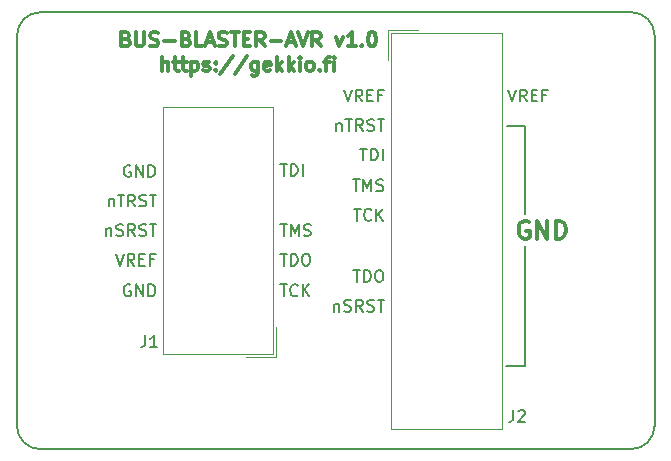
<source format=gbr>
G04 #@! TF.GenerationSoftware,KiCad,Pcbnew,5.0.1-33cea8e~68~ubuntu18.10.1*
G04 #@! TF.CreationDate,2018-11-26T23:37:11+02:00*
G04 #@! TF.ProjectId,BUS-BLASTER-AVR,4255532D424C41535445522D4156522E,v1.0*
G04 #@! TF.SameCoordinates,Original*
G04 #@! TF.FileFunction,Legend,Top*
G04 #@! TF.FilePolarity,Positive*
%FSLAX46Y46*%
G04 Gerber Fmt 4.6, Leading zero omitted, Abs format (unit mm)*
G04 Created by KiCad (PCBNEW 5.0.1-33cea8e~68~ubuntu18.10.1) date ma 26. marraskuuta 2018 23.37.11*
%MOMM*%
%LPD*%
G01*
G04 APERTURE LIST*
%ADD10C,0.150000*%
%ADD11C,0.300000*%
%ADD12C,0.200000*%
%ADD13C,0.120000*%
G04 APERTURE END LIST*
D10*
X100000000Y-50000000D02*
G75*
G02X102000000Y-52000000I0J-2000000D01*
G01*
X102000000Y-85000000D02*
G75*
G02X100000000Y-87000000I-2000000J0D01*
G01*
X50000000Y-87000000D02*
G75*
G02X48000000Y-85000000I0J2000000D01*
G01*
X48000000Y-52000000D02*
G75*
G02X50000000Y-50000000I2000000J0D01*
G01*
D11*
X57257142Y-52264285D02*
X57428571Y-52321428D01*
X57485714Y-52378571D01*
X57542857Y-52492857D01*
X57542857Y-52664285D01*
X57485714Y-52778571D01*
X57428571Y-52835714D01*
X57314285Y-52892857D01*
X56857142Y-52892857D01*
X56857142Y-51692857D01*
X57257142Y-51692857D01*
X57371428Y-51750000D01*
X57428571Y-51807142D01*
X57485714Y-51921428D01*
X57485714Y-52035714D01*
X57428571Y-52150000D01*
X57371428Y-52207142D01*
X57257142Y-52264285D01*
X56857142Y-52264285D01*
X58057142Y-51692857D02*
X58057142Y-52664285D01*
X58114285Y-52778571D01*
X58171428Y-52835714D01*
X58285714Y-52892857D01*
X58514285Y-52892857D01*
X58628571Y-52835714D01*
X58685714Y-52778571D01*
X58742857Y-52664285D01*
X58742857Y-51692857D01*
X59257142Y-52835714D02*
X59428571Y-52892857D01*
X59714285Y-52892857D01*
X59828571Y-52835714D01*
X59885714Y-52778571D01*
X59942857Y-52664285D01*
X59942857Y-52550000D01*
X59885714Y-52435714D01*
X59828571Y-52378571D01*
X59714285Y-52321428D01*
X59485714Y-52264285D01*
X59371428Y-52207142D01*
X59314285Y-52150000D01*
X59257142Y-52035714D01*
X59257142Y-51921428D01*
X59314285Y-51807142D01*
X59371428Y-51750000D01*
X59485714Y-51692857D01*
X59771428Y-51692857D01*
X59942857Y-51750000D01*
X60457142Y-52435714D02*
X61371428Y-52435714D01*
X62342857Y-52264285D02*
X62514285Y-52321428D01*
X62571428Y-52378571D01*
X62628571Y-52492857D01*
X62628571Y-52664285D01*
X62571428Y-52778571D01*
X62514285Y-52835714D01*
X62399999Y-52892857D01*
X61942857Y-52892857D01*
X61942857Y-51692857D01*
X62342857Y-51692857D01*
X62457142Y-51750000D01*
X62514285Y-51807142D01*
X62571428Y-51921428D01*
X62571428Y-52035714D01*
X62514285Y-52150000D01*
X62457142Y-52207142D01*
X62342857Y-52264285D01*
X61942857Y-52264285D01*
X63714285Y-52892857D02*
X63142857Y-52892857D01*
X63142857Y-51692857D01*
X64057142Y-52550000D02*
X64628571Y-52550000D01*
X63942857Y-52892857D02*
X64342857Y-51692857D01*
X64742857Y-52892857D01*
X65085714Y-52835714D02*
X65257142Y-52892857D01*
X65542857Y-52892857D01*
X65657142Y-52835714D01*
X65714285Y-52778571D01*
X65771428Y-52664285D01*
X65771428Y-52550000D01*
X65714285Y-52435714D01*
X65657142Y-52378571D01*
X65542857Y-52321428D01*
X65314285Y-52264285D01*
X65200000Y-52207142D01*
X65142857Y-52150000D01*
X65085714Y-52035714D01*
X65085714Y-51921428D01*
X65142857Y-51807142D01*
X65200000Y-51750000D01*
X65314285Y-51692857D01*
X65600000Y-51692857D01*
X65771428Y-51750000D01*
X66114285Y-51692857D02*
X66800000Y-51692857D01*
X66457142Y-52892857D02*
X66457142Y-51692857D01*
X67200000Y-52264285D02*
X67600000Y-52264285D01*
X67771428Y-52892857D02*
X67200000Y-52892857D01*
X67200000Y-51692857D01*
X67771428Y-51692857D01*
X68971428Y-52892857D02*
X68571428Y-52321428D01*
X68285714Y-52892857D02*
X68285714Y-51692857D01*
X68742857Y-51692857D01*
X68857142Y-51750000D01*
X68914285Y-51807142D01*
X68971428Y-51921428D01*
X68971428Y-52092857D01*
X68914285Y-52207142D01*
X68857142Y-52264285D01*
X68742857Y-52321428D01*
X68285714Y-52321428D01*
X69485714Y-52435714D02*
X70400000Y-52435714D01*
X70914285Y-52550000D02*
X71485714Y-52550000D01*
X70800000Y-52892857D02*
X71200000Y-51692857D01*
X71600000Y-52892857D01*
X71828571Y-51692857D02*
X72228571Y-52892857D01*
X72628571Y-51692857D01*
X73714285Y-52892857D02*
X73314285Y-52321428D01*
X73028571Y-52892857D02*
X73028571Y-51692857D01*
X73485714Y-51692857D01*
X73600000Y-51750000D01*
X73657142Y-51807142D01*
X73714285Y-51921428D01*
X73714285Y-52092857D01*
X73657142Y-52207142D01*
X73600000Y-52264285D01*
X73485714Y-52321428D01*
X73028571Y-52321428D01*
X75028571Y-52092857D02*
X75314285Y-52892857D01*
X75600000Y-52092857D01*
X76685714Y-52892857D02*
X76000000Y-52892857D01*
X76342857Y-52892857D02*
X76342857Y-51692857D01*
X76228571Y-51864285D01*
X76114285Y-51978571D01*
X76000000Y-52035714D01*
X77200000Y-52778571D02*
X77257142Y-52835714D01*
X77200000Y-52892857D01*
X77142857Y-52835714D01*
X77200000Y-52778571D01*
X77200000Y-52892857D01*
X77999999Y-51692857D02*
X78114285Y-51692857D01*
X78228571Y-51750000D01*
X78285714Y-51807142D01*
X78342857Y-51921428D01*
X78399999Y-52150000D01*
X78399999Y-52435714D01*
X78342857Y-52664285D01*
X78285714Y-52778571D01*
X78228571Y-52835714D01*
X78114285Y-52892857D01*
X77999999Y-52892857D01*
X77885714Y-52835714D01*
X77828571Y-52778571D01*
X77771428Y-52664285D01*
X77714285Y-52435714D01*
X77714285Y-52150000D01*
X77771428Y-51921428D01*
X77828571Y-51807142D01*
X77885714Y-51750000D01*
X77999999Y-51692857D01*
X60314285Y-54992857D02*
X60314285Y-53792857D01*
X60828571Y-54992857D02*
X60828571Y-54364285D01*
X60771428Y-54250000D01*
X60657142Y-54192857D01*
X60485714Y-54192857D01*
X60371428Y-54250000D01*
X60314285Y-54307142D01*
X61228571Y-54192857D02*
X61685714Y-54192857D01*
X61400000Y-53792857D02*
X61400000Y-54821428D01*
X61457142Y-54935714D01*
X61571428Y-54992857D01*
X61685714Y-54992857D01*
X61914285Y-54192857D02*
X62371428Y-54192857D01*
X62085714Y-53792857D02*
X62085714Y-54821428D01*
X62142857Y-54935714D01*
X62257142Y-54992857D01*
X62371428Y-54992857D01*
X62771428Y-54192857D02*
X62771428Y-55392857D01*
X62771428Y-54250000D02*
X62885714Y-54192857D01*
X63114285Y-54192857D01*
X63228571Y-54250000D01*
X63285714Y-54307142D01*
X63342857Y-54421428D01*
X63342857Y-54764285D01*
X63285714Y-54878571D01*
X63228571Y-54935714D01*
X63114285Y-54992857D01*
X62885714Y-54992857D01*
X62771428Y-54935714D01*
X63800000Y-54935714D02*
X63914285Y-54992857D01*
X64142857Y-54992857D01*
X64257142Y-54935714D01*
X64314285Y-54821428D01*
X64314285Y-54764285D01*
X64257142Y-54650000D01*
X64142857Y-54592857D01*
X63971428Y-54592857D01*
X63857142Y-54535714D01*
X63800000Y-54421428D01*
X63800000Y-54364285D01*
X63857142Y-54250000D01*
X63971428Y-54192857D01*
X64142857Y-54192857D01*
X64257142Y-54250000D01*
X64828571Y-54878571D02*
X64885714Y-54935714D01*
X64828571Y-54992857D01*
X64771428Y-54935714D01*
X64828571Y-54878571D01*
X64828571Y-54992857D01*
X64828571Y-54250000D02*
X64885714Y-54307142D01*
X64828571Y-54364285D01*
X64771428Y-54307142D01*
X64828571Y-54250000D01*
X64828571Y-54364285D01*
X66257142Y-53735714D02*
X65228571Y-55278571D01*
X67514285Y-53735714D02*
X66485714Y-55278571D01*
X68428571Y-54192857D02*
X68428571Y-55164285D01*
X68371428Y-55278571D01*
X68314285Y-55335714D01*
X68200000Y-55392857D01*
X68028571Y-55392857D01*
X67914285Y-55335714D01*
X68428571Y-54935714D02*
X68314285Y-54992857D01*
X68085714Y-54992857D01*
X67971428Y-54935714D01*
X67914285Y-54878571D01*
X67857142Y-54764285D01*
X67857142Y-54421428D01*
X67914285Y-54307142D01*
X67971428Y-54250000D01*
X68085714Y-54192857D01*
X68314285Y-54192857D01*
X68428571Y-54250000D01*
X69457142Y-54935714D02*
X69342857Y-54992857D01*
X69114285Y-54992857D01*
X69000000Y-54935714D01*
X68942857Y-54821428D01*
X68942857Y-54364285D01*
X69000000Y-54250000D01*
X69114285Y-54192857D01*
X69342857Y-54192857D01*
X69457142Y-54250000D01*
X69514285Y-54364285D01*
X69514285Y-54478571D01*
X68942857Y-54592857D01*
X70028571Y-54992857D02*
X70028571Y-53792857D01*
X70142857Y-54535714D02*
X70485714Y-54992857D01*
X70485714Y-54192857D02*
X70028571Y-54650000D01*
X71000000Y-54992857D02*
X71000000Y-53792857D01*
X71114285Y-54535714D02*
X71457142Y-54992857D01*
X71457142Y-54192857D02*
X71000000Y-54650000D01*
X71971428Y-54992857D02*
X71971428Y-54192857D01*
X71971428Y-53792857D02*
X71914285Y-53850000D01*
X71971428Y-53907142D01*
X72028571Y-53850000D01*
X71971428Y-53792857D01*
X71971428Y-53907142D01*
X72714285Y-54992857D02*
X72600000Y-54935714D01*
X72542857Y-54878571D01*
X72485714Y-54764285D01*
X72485714Y-54421428D01*
X72542857Y-54307142D01*
X72600000Y-54250000D01*
X72714285Y-54192857D01*
X72885714Y-54192857D01*
X73000000Y-54250000D01*
X73057142Y-54307142D01*
X73114285Y-54421428D01*
X73114285Y-54764285D01*
X73057142Y-54878571D01*
X73000000Y-54935714D01*
X72885714Y-54992857D01*
X72714285Y-54992857D01*
X73628571Y-54878571D02*
X73685714Y-54935714D01*
X73628571Y-54992857D01*
X73571428Y-54935714D01*
X73628571Y-54878571D01*
X73628571Y-54992857D01*
X74028571Y-54192857D02*
X74485714Y-54192857D01*
X74200000Y-54992857D02*
X74200000Y-53964285D01*
X74257142Y-53850000D01*
X74371428Y-53792857D01*
X74485714Y-53792857D01*
X74885714Y-54992857D02*
X74885714Y-54192857D01*
X74885714Y-53792857D02*
X74828571Y-53850000D01*
X74885714Y-53907142D01*
X74942857Y-53850000D01*
X74885714Y-53792857D01*
X74885714Y-53907142D01*
D10*
X57616785Y-73100000D02*
X57521547Y-73052380D01*
X57378690Y-73052380D01*
X57235833Y-73100000D01*
X57140595Y-73195238D01*
X57092976Y-73290476D01*
X57045357Y-73480952D01*
X57045357Y-73623809D01*
X57092976Y-73814285D01*
X57140595Y-73909523D01*
X57235833Y-74004761D01*
X57378690Y-74052380D01*
X57473928Y-74052380D01*
X57616785Y-74004761D01*
X57664404Y-73957142D01*
X57664404Y-73623809D01*
X57473928Y-73623809D01*
X58092976Y-74052380D02*
X58092976Y-73052380D01*
X58664404Y-74052380D01*
X58664404Y-73052380D01*
X59140595Y-74052380D02*
X59140595Y-73052380D01*
X59378690Y-73052380D01*
X59521547Y-73100000D01*
X59616785Y-73195238D01*
X59664404Y-73290476D01*
X59712023Y-73480952D01*
X59712023Y-73623809D01*
X59664404Y-73814285D01*
X59616785Y-73909523D01*
X59521547Y-74004761D01*
X59378690Y-74052380D01*
X59140595Y-74052380D01*
X57616785Y-63000000D02*
X57521547Y-62952380D01*
X57378690Y-62952380D01*
X57235833Y-63000000D01*
X57140595Y-63095238D01*
X57092976Y-63190476D01*
X57045357Y-63380952D01*
X57045357Y-63523809D01*
X57092976Y-63714285D01*
X57140595Y-63809523D01*
X57235833Y-63904761D01*
X57378690Y-63952380D01*
X57473928Y-63952380D01*
X57616785Y-63904761D01*
X57664404Y-63857142D01*
X57664404Y-63523809D01*
X57473928Y-63523809D01*
X58092976Y-63952380D02*
X58092976Y-62952380D01*
X58664404Y-63952380D01*
X58664404Y-62952380D01*
X59140595Y-63952380D02*
X59140595Y-62952380D01*
X59378690Y-62952380D01*
X59521547Y-63000000D01*
X59616785Y-63095238D01*
X59664404Y-63190476D01*
X59712023Y-63380952D01*
X59712023Y-63523809D01*
X59664404Y-63714285D01*
X59616785Y-63809523D01*
X59521547Y-63904761D01*
X59378690Y-63952380D01*
X59140595Y-63952380D01*
X70292738Y-62852380D02*
X70864166Y-62852380D01*
X70578452Y-63852380D02*
X70578452Y-62852380D01*
X71197500Y-63852380D02*
X71197500Y-62852380D01*
X71435595Y-62852380D01*
X71578452Y-62900000D01*
X71673690Y-62995238D01*
X71721309Y-63090476D01*
X71768928Y-63280952D01*
X71768928Y-63423809D01*
X71721309Y-63614285D01*
X71673690Y-63709523D01*
X71578452Y-63804761D01*
X71435595Y-63852380D01*
X71197500Y-63852380D01*
X72197500Y-63852380D02*
X72197500Y-62852380D01*
X70292738Y-67952380D02*
X70864166Y-67952380D01*
X70578452Y-68952380D02*
X70578452Y-67952380D01*
X71197500Y-68952380D02*
X71197500Y-67952380D01*
X71530833Y-68666666D01*
X71864166Y-67952380D01*
X71864166Y-68952380D01*
X72292738Y-68904761D02*
X72435595Y-68952380D01*
X72673690Y-68952380D01*
X72768928Y-68904761D01*
X72816547Y-68857142D01*
X72864166Y-68761904D01*
X72864166Y-68666666D01*
X72816547Y-68571428D01*
X72768928Y-68523809D01*
X72673690Y-68476190D01*
X72483214Y-68428571D01*
X72387976Y-68380952D01*
X72340357Y-68333333D01*
X72292738Y-68238095D01*
X72292738Y-68142857D01*
X72340357Y-68047619D01*
X72387976Y-68000000D01*
X72483214Y-67952380D01*
X72721309Y-67952380D01*
X72864166Y-68000000D01*
X70292738Y-73052380D02*
X70864166Y-73052380D01*
X70578452Y-74052380D02*
X70578452Y-73052380D01*
X71768928Y-73957142D02*
X71721309Y-74004761D01*
X71578452Y-74052380D01*
X71483214Y-74052380D01*
X71340357Y-74004761D01*
X71245119Y-73909523D01*
X71197500Y-73814285D01*
X71149880Y-73623809D01*
X71149880Y-73480952D01*
X71197500Y-73290476D01*
X71245119Y-73195238D01*
X71340357Y-73100000D01*
X71483214Y-73052380D01*
X71578452Y-73052380D01*
X71721309Y-73100000D01*
X71768928Y-73147619D01*
X72197500Y-74052380D02*
X72197500Y-73052380D01*
X72768928Y-74052380D02*
X72340357Y-73480952D01*
X72768928Y-73052380D02*
X72197500Y-73623809D01*
X70292738Y-70452380D02*
X70864166Y-70452380D01*
X70578452Y-71452380D02*
X70578452Y-70452380D01*
X71197500Y-71452380D02*
X71197500Y-70452380D01*
X71435595Y-70452380D01*
X71578452Y-70500000D01*
X71673690Y-70595238D01*
X71721309Y-70690476D01*
X71768928Y-70880952D01*
X71768928Y-71023809D01*
X71721309Y-71214285D01*
X71673690Y-71309523D01*
X71578452Y-71404761D01*
X71435595Y-71452380D01*
X71197500Y-71452380D01*
X72387976Y-70452380D02*
X72578452Y-70452380D01*
X72673690Y-70500000D01*
X72768928Y-70595238D01*
X72816547Y-70785714D01*
X72816547Y-71119047D01*
X72768928Y-71309523D01*
X72673690Y-71404761D01*
X72578452Y-71452380D01*
X72387976Y-71452380D01*
X72292738Y-71404761D01*
X72197500Y-71309523D01*
X72149880Y-71119047D01*
X72149880Y-70785714D01*
X72197500Y-70595238D01*
X72292738Y-70500000D01*
X72387976Y-70452380D01*
X55569166Y-68285714D02*
X55569166Y-68952380D01*
X55569166Y-68380952D02*
X55616785Y-68333333D01*
X55712023Y-68285714D01*
X55854880Y-68285714D01*
X55950119Y-68333333D01*
X55997738Y-68428571D01*
X55997738Y-68952380D01*
X56426309Y-68904761D02*
X56569166Y-68952380D01*
X56807261Y-68952380D01*
X56902500Y-68904761D01*
X56950119Y-68857142D01*
X56997738Y-68761904D01*
X56997738Y-68666666D01*
X56950119Y-68571428D01*
X56902500Y-68523809D01*
X56807261Y-68476190D01*
X56616785Y-68428571D01*
X56521547Y-68380952D01*
X56473928Y-68333333D01*
X56426309Y-68238095D01*
X56426309Y-68142857D01*
X56473928Y-68047619D01*
X56521547Y-68000000D01*
X56616785Y-67952380D01*
X56854880Y-67952380D01*
X56997738Y-68000000D01*
X57997738Y-68952380D02*
X57664404Y-68476190D01*
X57426309Y-68952380D02*
X57426309Y-67952380D01*
X57807261Y-67952380D01*
X57902500Y-68000000D01*
X57950119Y-68047619D01*
X57997738Y-68142857D01*
X57997738Y-68285714D01*
X57950119Y-68380952D01*
X57902500Y-68428571D01*
X57807261Y-68476190D01*
X57426309Y-68476190D01*
X58378690Y-68904761D02*
X58521547Y-68952380D01*
X58759642Y-68952380D01*
X58854880Y-68904761D01*
X58902500Y-68857142D01*
X58950119Y-68761904D01*
X58950119Y-68666666D01*
X58902500Y-68571428D01*
X58854880Y-68523809D01*
X58759642Y-68476190D01*
X58569166Y-68428571D01*
X58473928Y-68380952D01*
X58426309Y-68333333D01*
X58378690Y-68238095D01*
X58378690Y-68142857D01*
X58426309Y-68047619D01*
X58473928Y-68000000D01*
X58569166Y-67952380D01*
X58807261Y-67952380D01*
X58950119Y-68000000D01*
X59235833Y-67952380D02*
X59807261Y-67952380D01*
X59521547Y-68952380D02*
X59521547Y-67952380D01*
X55759642Y-65785714D02*
X55759642Y-66452380D01*
X55759642Y-65880952D02*
X55807261Y-65833333D01*
X55902500Y-65785714D01*
X56045357Y-65785714D01*
X56140595Y-65833333D01*
X56188214Y-65928571D01*
X56188214Y-66452380D01*
X56521547Y-65452380D02*
X57092976Y-65452380D01*
X56807261Y-66452380D02*
X56807261Y-65452380D01*
X57997738Y-66452380D02*
X57664404Y-65976190D01*
X57426309Y-66452380D02*
X57426309Y-65452380D01*
X57807261Y-65452380D01*
X57902500Y-65500000D01*
X57950119Y-65547619D01*
X57997738Y-65642857D01*
X57997738Y-65785714D01*
X57950119Y-65880952D01*
X57902500Y-65928571D01*
X57807261Y-65976190D01*
X57426309Y-65976190D01*
X58378690Y-66404761D02*
X58521547Y-66452380D01*
X58759642Y-66452380D01*
X58854880Y-66404761D01*
X58902500Y-66357142D01*
X58950119Y-66261904D01*
X58950119Y-66166666D01*
X58902500Y-66071428D01*
X58854880Y-66023809D01*
X58759642Y-65976190D01*
X58569166Y-65928571D01*
X58473928Y-65880952D01*
X58426309Y-65833333D01*
X58378690Y-65738095D01*
X58378690Y-65642857D01*
X58426309Y-65547619D01*
X58473928Y-65500000D01*
X58569166Y-65452380D01*
X58807261Y-65452380D01*
X58950119Y-65500000D01*
X59235833Y-65452380D02*
X59807261Y-65452380D01*
X59521547Y-66452380D02*
X59521547Y-65452380D01*
X56378690Y-70452380D02*
X56712023Y-71452380D01*
X57045357Y-70452380D01*
X57950119Y-71452380D02*
X57616785Y-70976190D01*
X57378690Y-71452380D02*
X57378690Y-70452380D01*
X57759642Y-70452380D01*
X57854880Y-70500000D01*
X57902500Y-70547619D01*
X57950119Y-70642857D01*
X57950119Y-70785714D01*
X57902500Y-70880952D01*
X57854880Y-70928571D01*
X57759642Y-70976190D01*
X57378690Y-70976190D01*
X58378690Y-70928571D02*
X58712023Y-70928571D01*
X58854880Y-71452380D02*
X58378690Y-71452380D01*
X58378690Y-70452380D01*
X58854880Y-70452380D01*
X59616785Y-70928571D02*
X59283452Y-70928571D01*
X59283452Y-71452380D02*
X59283452Y-70452380D01*
X59759642Y-70452380D01*
X74869166Y-74685714D02*
X74869166Y-75352380D01*
X74869166Y-74780952D02*
X74916785Y-74733333D01*
X75012023Y-74685714D01*
X75154880Y-74685714D01*
X75250119Y-74733333D01*
X75297738Y-74828571D01*
X75297738Y-75352380D01*
X75726309Y-75304761D02*
X75869166Y-75352380D01*
X76107261Y-75352380D01*
X76202500Y-75304761D01*
X76250119Y-75257142D01*
X76297738Y-75161904D01*
X76297738Y-75066666D01*
X76250119Y-74971428D01*
X76202500Y-74923809D01*
X76107261Y-74876190D01*
X75916785Y-74828571D01*
X75821547Y-74780952D01*
X75773928Y-74733333D01*
X75726309Y-74638095D01*
X75726309Y-74542857D01*
X75773928Y-74447619D01*
X75821547Y-74400000D01*
X75916785Y-74352380D01*
X76154880Y-74352380D01*
X76297738Y-74400000D01*
X77297738Y-75352380D02*
X76964404Y-74876190D01*
X76726309Y-75352380D02*
X76726309Y-74352380D01*
X77107261Y-74352380D01*
X77202500Y-74400000D01*
X77250119Y-74447619D01*
X77297738Y-74542857D01*
X77297738Y-74685714D01*
X77250119Y-74780952D01*
X77202500Y-74828571D01*
X77107261Y-74876190D01*
X76726309Y-74876190D01*
X77678690Y-75304761D02*
X77821547Y-75352380D01*
X78059642Y-75352380D01*
X78154880Y-75304761D01*
X78202500Y-75257142D01*
X78250119Y-75161904D01*
X78250119Y-75066666D01*
X78202500Y-74971428D01*
X78154880Y-74923809D01*
X78059642Y-74876190D01*
X77869166Y-74828571D01*
X77773928Y-74780952D01*
X77726309Y-74733333D01*
X77678690Y-74638095D01*
X77678690Y-74542857D01*
X77726309Y-74447619D01*
X77773928Y-74400000D01*
X77869166Y-74352380D01*
X78107261Y-74352380D01*
X78250119Y-74400000D01*
X78535833Y-74352380D02*
X79107261Y-74352380D01*
X78821547Y-75352380D02*
X78821547Y-74352380D01*
X76488214Y-71852380D02*
X77059642Y-71852380D01*
X76773928Y-72852380D02*
X76773928Y-71852380D01*
X77392976Y-72852380D02*
X77392976Y-71852380D01*
X77631071Y-71852380D01*
X77773928Y-71900000D01*
X77869166Y-71995238D01*
X77916785Y-72090476D01*
X77964404Y-72280952D01*
X77964404Y-72423809D01*
X77916785Y-72614285D01*
X77869166Y-72709523D01*
X77773928Y-72804761D01*
X77631071Y-72852380D01*
X77392976Y-72852380D01*
X78583452Y-71852380D02*
X78773928Y-71852380D01*
X78869166Y-71900000D01*
X78964404Y-71995238D01*
X79012023Y-72185714D01*
X79012023Y-72519047D01*
X78964404Y-72709523D01*
X78869166Y-72804761D01*
X78773928Y-72852380D01*
X78583452Y-72852380D01*
X78488214Y-72804761D01*
X78392976Y-72709523D01*
X78345357Y-72519047D01*
X78345357Y-72185714D01*
X78392976Y-71995238D01*
X78488214Y-71900000D01*
X78583452Y-71852380D01*
X76535833Y-66652380D02*
X77107261Y-66652380D01*
X76821547Y-67652380D02*
X76821547Y-66652380D01*
X78012023Y-67557142D02*
X77964404Y-67604761D01*
X77821547Y-67652380D01*
X77726309Y-67652380D01*
X77583452Y-67604761D01*
X77488214Y-67509523D01*
X77440595Y-67414285D01*
X77392976Y-67223809D01*
X77392976Y-67080952D01*
X77440595Y-66890476D01*
X77488214Y-66795238D01*
X77583452Y-66700000D01*
X77726309Y-66652380D01*
X77821547Y-66652380D01*
X77964404Y-66700000D01*
X78012023Y-66747619D01*
X78440595Y-67652380D02*
X78440595Y-66652380D01*
X79012023Y-67652380D02*
X78583452Y-67080952D01*
X79012023Y-66652380D02*
X78440595Y-67223809D01*
X76440595Y-64152380D02*
X77012023Y-64152380D01*
X76726309Y-65152380D02*
X76726309Y-64152380D01*
X77345357Y-65152380D02*
X77345357Y-64152380D01*
X77678690Y-64866666D01*
X78012023Y-64152380D01*
X78012023Y-65152380D01*
X78440595Y-65104761D02*
X78583452Y-65152380D01*
X78821547Y-65152380D01*
X78916785Y-65104761D01*
X78964404Y-65057142D01*
X79012023Y-64961904D01*
X79012023Y-64866666D01*
X78964404Y-64771428D01*
X78916785Y-64723809D01*
X78821547Y-64676190D01*
X78631071Y-64628571D01*
X78535833Y-64580952D01*
X78488214Y-64533333D01*
X78440595Y-64438095D01*
X78440595Y-64342857D01*
X78488214Y-64247619D01*
X78535833Y-64200000D01*
X78631071Y-64152380D01*
X78869166Y-64152380D01*
X79012023Y-64200000D01*
X77059642Y-61552380D02*
X77631071Y-61552380D01*
X77345357Y-62552380D02*
X77345357Y-61552380D01*
X77964404Y-62552380D02*
X77964404Y-61552380D01*
X78202500Y-61552380D01*
X78345357Y-61600000D01*
X78440595Y-61695238D01*
X78488214Y-61790476D01*
X78535833Y-61980952D01*
X78535833Y-62123809D01*
X78488214Y-62314285D01*
X78440595Y-62409523D01*
X78345357Y-62504761D01*
X78202500Y-62552380D01*
X77964404Y-62552380D01*
X78964404Y-62552380D02*
X78964404Y-61552380D01*
X75059642Y-59385714D02*
X75059642Y-60052380D01*
X75059642Y-59480952D02*
X75107261Y-59433333D01*
X75202500Y-59385714D01*
X75345357Y-59385714D01*
X75440595Y-59433333D01*
X75488214Y-59528571D01*
X75488214Y-60052380D01*
X75821547Y-59052380D02*
X76392976Y-59052380D01*
X76107261Y-60052380D02*
X76107261Y-59052380D01*
X77297738Y-60052380D02*
X76964404Y-59576190D01*
X76726309Y-60052380D02*
X76726309Y-59052380D01*
X77107261Y-59052380D01*
X77202500Y-59100000D01*
X77250119Y-59147619D01*
X77297738Y-59242857D01*
X77297738Y-59385714D01*
X77250119Y-59480952D01*
X77202500Y-59528571D01*
X77107261Y-59576190D01*
X76726309Y-59576190D01*
X77678690Y-60004761D02*
X77821547Y-60052380D01*
X78059642Y-60052380D01*
X78154880Y-60004761D01*
X78202500Y-59957142D01*
X78250119Y-59861904D01*
X78250119Y-59766666D01*
X78202500Y-59671428D01*
X78154880Y-59623809D01*
X78059642Y-59576190D01*
X77869166Y-59528571D01*
X77773928Y-59480952D01*
X77726309Y-59433333D01*
X77678690Y-59338095D01*
X77678690Y-59242857D01*
X77726309Y-59147619D01*
X77773928Y-59100000D01*
X77869166Y-59052380D01*
X78107261Y-59052380D01*
X78250119Y-59100000D01*
X78535833Y-59052380D02*
X79107261Y-59052380D01*
X78821547Y-60052380D02*
X78821547Y-59052380D01*
X75678690Y-56552380D02*
X76012023Y-57552380D01*
X76345357Y-56552380D01*
X77250119Y-57552380D02*
X76916785Y-57076190D01*
X76678690Y-57552380D02*
X76678690Y-56552380D01*
X77059642Y-56552380D01*
X77154880Y-56600000D01*
X77202500Y-56647619D01*
X77250119Y-56742857D01*
X77250119Y-56885714D01*
X77202500Y-56980952D01*
X77154880Y-57028571D01*
X77059642Y-57076190D01*
X76678690Y-57076190D01*
X77678690Y-57028571D02*
X78012023Y-57028571D01*
X78154880Y-57552380D02*
X77678690Y-57552380D01*
X77678690Y-56552380D01*
X78154880Y-56552380D01*
X78916785Y-57028571D02*
X78583452Y-57028571D01*
X78583452Y-57552380D02*
X78583452Y-56552380D01*
X79059642Y-56552380D01*
D12*
X91000000Y-80000000D02*
X91000000Y-69800000D01*
X89400000Y-80000000D02*
X91000000Y-80000000D01*
X91000000Y-59600000D02*
X91000000Y-67050000D01*
X89500000Y-59600000D02*
X91000000Y-59600000D01*
D11*
X91337857Y-67750000D02*
X91195000Y-67678571D01*
X90980714Y-67678571D01*
X90766428Y-67750000D01*
X90623571Y-67892857D01*
X90552142Y-68035714D01*
X90480714Y-68321428D01*
X90480714Y-68535714D01*
X90552142Y-68821428D01*
X90623571Y-68964285D01*
X90766428Y-69107142D01*
X90980714Y-69178571D01*
X91123571Y-69178571D01*
X91337857Y-69107142D01*
X91409285Y-69035714D01*
X91409285Y-68535714D01*
X91123571Y-68535714D01*
X92052142Y-69178571D02*
X92052142Y-67678571D01*
X92909285Y-69178571D01*
X92909285Y-67678571D01*
X93623571Y-69178571D02*
X93623571Y-67678571D01*
X93980714Y-67678571D01*
X94195000Y-67750000D01*
X94337857Y-67892857D01*
X94409285Y-68035714D01*
X94480714Y-68321428D01*
X94480714Y-68535714D01*
X94409285Y-68821428D01*
X94337857Y-68964285D01*
X94195000Y-69107142D01*
X93980714Y-69178571D01*
X93623571Y-69178571D01*
D10*
X89592738Y-56552380D02*
X89926071Y-57552380D01*
X90259404Y-56552380D01*
X91164166Y-57552380D02*
X90830833Y-57076190D01*
X90592738Y-57552380D02*
X90592738Y-56552380D01*
X90973690Y-56552380D01*
X91068928Y-56600000D01*
X91116547Y-56647619D01*
X91164166Y-56742857D01*
X91164166Y-56885714D01*
X91116547Y-56980952D01*
X91068928Y-57028571D01*
X90973690Y-57076190D01*
X90592738Y-57076190D01*
X91592738Y-57028571D02*
X91926071Y-57028571D01*
X92068928Y-57552380D02*
X91592738Y-57552380D01*
X91592738Y-56552380D01*
X92068928Y-56552380D01*
X92830833Y-57028571D02*
X92497500Y-57028571D01*
X92497500Y-57552380D02*
X92497500Y-56552380D01*
X92973690Y-56552380D01*
X50000000Y-50000000D02*
X100000000Y-50000000D01*
X102000000Y-85000000D02*
X102000000Y-52000000D01*
X50000000Y-87000000D02*
X100000000Y-87000000D01*
X48000000Y-52000000D02*
X48000000Y-85000000D01*
D13*
G04 #@! TO.C,J1*
X60355000Y-78930000D02*
X60355000Y-58070000D01*
X60355000Y-58070000D02*
X69705000Y-58070000D01*
X69705000Y-58070000D02*
X69705000Y-78930000D01*
X69705000Y-78930000D02*
X60355000Y-78930000D01*
X69955000Y-79180000D02*
X69955000Y-76640000D01*
X69955000Y-79180000D02*
X67415000Y-79180000D01*
G04 #@! TO.C,J2*
X89045000Y-51730000D02*
X89045000Y-85290000D01*
X89045000Y-85290000D02*
X79695000Y-85290000D01*
X79695000Y-85290000D02*
X79695000Y-51730000D01*
X79695000Y-51730000D02*
X89045000Y-51730000D01*
X79445000Y-51480000D02*
X79445000Y-54020000D01*
X79445000Y-51480000D02*
X81985000Y-51480000D01*
G04 #@! TD*
G04 #@! TO.C,J1*
D10*
X58866666Y-77352380D02*
X58866666Y-78066666D01*
X58819047Y-78209523D01*
X58723809Y-78304761D01*
X58580952Y-78352380D01*
X58485714Y-78352380D01*
X59866666Y-78352380D02*
X59295238Y-78352380D01*
X59580952Y-78352380D02*
X59580952Y-77352380D01*
X59485714Y-77495238D01*
X59390476Y-77590476D01*
X59295238Y-77638095D01*
G04 #@! TO.C,J2*
X90016666Y-83702380D02*
X90016666Y-84416666D01*
X89969047Y-84559523D01*
X89873809Y-84654761D01*
X89730952Y-84702380D01*
X89635714Y-84702380D01*
X90445238Y-83797619D02*
X90492857Y-83750000D01*
X90588095Y-83702380D01*
X90826190Y-83702380D01*
X90921428Y-83750000D01*
X90969047Y-83797619D01*
X91016666Y-83892857D01*
X91016666Y-83988095D01*
X90969047Y-84130952D01*
X90397619Y-84702380D01*
X91016666Y-84702380D01*
G04 #@! TD*
M02*

</source>
